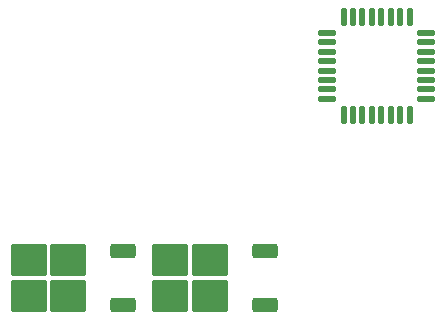
<source format=gbr>
%TF.GenerationSoftware,KiCad,Pcbnew,8.0.9-8.0.9-0~ubuntu24.04.1*%
%TF.CreationDate,2025-04-02T15:18:24+09:00*%
%TF.ProjectId,ServoDriver,53657276-6f44-4726-9976-65722e6b6963,rev?*%
%TF.SameCoordinates,Original*%
%TF.FileFunction,Paste,Top*%
%TF.FilePolarity,Positive*%
%FSLAX46Y46*%
G04 Gerber Fmt 4.6, Leading zero omitted, Abs format (unit mm)*
G04 Created by KiCad (PCBNEW 8.0.9-8.0.9-0~ubuntu24.04.1) date 2025-04-02 15:18:24*
%MOMM*%
%LPD*%
G01*
G04 APERTURE LIST*
G04 Aperture macros list*
%AMRoundRect*
0 Rectangle with rounded corners*
0 $1 Rounding radius*
0 $2 $3 $4 $5 $6 $7 $8 $9 X,Y pos of 4 corners*
0 Add a 4 corners polygon primitive as box body*
4,1,4,$2,$3,$4,$5,$6,$7,$8,$9,$2,$3,0*
0 Add four circle primitives for the rounded corners*
1,1,$1+$1,$2,$3*
1,1,$1+$1,$4,$5*
1,1,$1+$1,$6,$7*
1,1,$1+$1,$8,$9*
0 Add four rect primitives between the rounded corners*
20,1,$1+$1,$2,$3,$4,$5,0*
20,1,$1+$1,$4,$5,$6,$7,0*
20,1,$1+$1,$6,$7,$8,$9,0*
20,1,$1+$1,$8,$9,$2,$3,0*%
G04 Aperture macros list end*
%ADD10RoundRect,0.250000X0.850000X0.350000X-0.850000X0.350000X-0.850000X-0.350000X0.850000X-0.350000X0*%
%ADD11RoundRect,0.250000X1.275000X1.125000X-1.275000X1.125000X-1.275000X-1.125000X1.275000X-1.125000X0*%
%ADD12RoundRect,0.125000X-0.125000X0.625000X-0.125000X-0.625000X0.125000X-0.625000X0.125000X0.625000X0*%
%ADD13RoundRect,0.125000X-0.625000X0.125000X-0.625000X-0.125000X0.625000X-0.125000X0.625000X0.125000X0*%
G04 APERTURE END LIST*
D10*
%TO.C,U1*%
X105040000Y-137280000D03*
D11*
X100415000Y-136525000D03*
X100415000Y-133475000D03*
X97065000Y-136525000D03*
X97065000Y-133475000D03*
D10*
X105040000Y-132720000D03*
%TD*%
D12*
%TO.C,U3*%
X129325000Y-112850000D03*
X128525000Y-112850000D03*
X127725000Y-112850000D03*
X126925000Y-112850000D03*
X126125000Y-112850000D03*
X125325000Y-112850000D03*
X124525000Y-112850000D03*
X123725000Y-112850000D03*
D13*
X122350000Y-114225000D03*
X122350000Y-115025000D03*
X122350000Y-115825000D03*
X122350000Y-116625000D03*
X122350000Y-117425000D03*
X122350000Y-118225000D03*
X122350000Y-119025000D03*
X122350000Y-119825000D03*
D12*
X123725000Y-121200000D03*
X124525000Y-121200000D03*
X125325000Y-121200000D03*
X126125000Y-121200000D03*
X126925000Y-121200000D03*
X127725000Y-121200000D03*
X128525000Y-121200000D03*
X129325000Y-121200000D03*
D13*
X130700000Y-119825000D03*
X130700000Y-119025000D03*
X130700000Y-118225000D03*
X130700000Y-117425000D03*
X130700000Y-116625000D03*
X130700000Y-115825000D03*
X130700000Y-115025000D03*
X130700000Y-114225000D03*
%TD*%
D10*
%TO.C,U5*%
X117040000Y-137280000D03*
D11*
X112415000Y-136525000D03*
X112415000Y-133475000D03*
X109065000Y-136525000D03*
X109065000Y-133475000D03*
D10*
X117040000Y-132720000D03*
%TD*%
M02*

</source>
